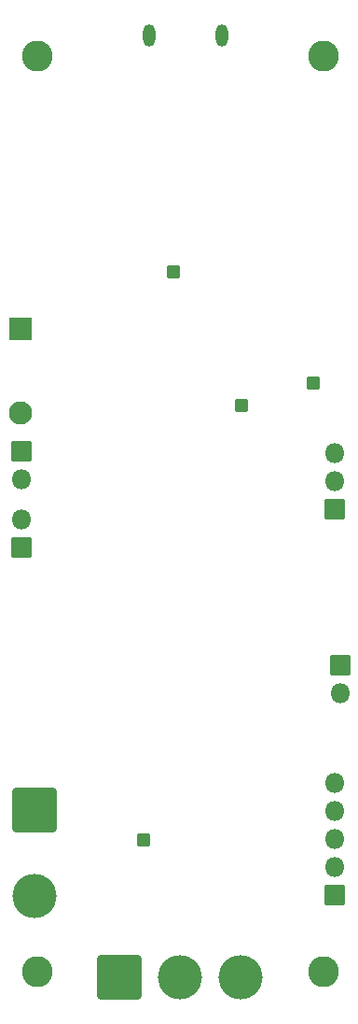
<source format=gbr>
%TF.GenerationSoftware,KiCad,Pcbnew,8.0.7*%
%TF.CreationDate,2025-01-08T02:27:13-05:00*%
%TF.ProjectId,active-drag-system,61637469-7665-42d6-9472-61672d737973,rev?*%
%TF.SameCoordinates,Original*%
%TF.FileFunction,Soldermask,Bot*%
%TF.FilePolarity,Negative*%
%FSLAX46Y46*%
G04 Gerber Fmt 4.6, Leading zero omitted, Abs format (unit mm)*
G04 Created by KiCad (PCBNEW 8.0.7) date 2025-01-08 02:27:13*
%MOMM*%
%LPD*%
G01*
G04 APERTURE LIST*
G04 Aperture macros list*
%AMRoundRect*
0 Rectangle with rounded corners*
0 $1 Rounding radius*
0 $2 $3 $4 $5 $6 $7 $8 $9 X,Y pos of 4 corners*
0 Add a 4 corners polygon primitive as box body*
4,1,4,$2,$3,$4,$5,$6,$7,$8,$9,$2,$3,0*
0 Add four circle primitives for the rounded corners*
1,1,$1+$1,$2,$3*
1,1,$1+$1,$4,$5*
1,1,$1+$1,$6,$7*
1,1,$1+$1,$8,$9*
0 Add four rect primitives between the rounded corners*
20,1,$1+$1,$2,$3,$4,$5,0*
20,1,$1+$1,$4,$5,$6,$7,0*
20,1,$1+$1,$6,$7,$8,$9,0*
20,1,$1+$1,$8,$9,$2,$3,0*%
G04 Aperture macros list end*
%ADD10RoundRect,0.256515X-1.744285X-1.744285X1.744285X-1.744285X1.744285X1.744285X-1.744285X1.744285X0*%
%ADD11C,4.001600*%
%ADD12RoundRect,0.050800X-0.850000X-0.850000X0.850000X-0.850000X0.850000X0.850000X-0.850000X0.850000X0*%
%ADD13O,1.801600X1.801600*%
%ADD14C,2.801600*%
%ADD15RoundRect,0.256515X-1.744285X1.744285X-1.744285X-1.744285X1.744285X-1.744285X1.744285X1.744285X0*%
%ADD16RoundRect,0.050800X0.850000X0.850000X-0.850000X0.850000X-0.850000X-0.850000X0.850000X-0.850000X0*%
%ADD17O,1.104000X2.004000*%
%ADD18RoundRect,0.050800X0.500000X0.500000X-0.500000X0.500000X-0.500000X-0.500000X0.500000X-0.500000X0*%
%ADD19RoundRect,0.050800X-1.000000X1.000000X-1.000000X-1.000000X1.000000X-1.000000X1.000000X1.000000X0*%
%ADD20C,2.101600*%
G04 APERTURE END LIST*
D10*
%TO.C,J7*%
X142500000Y-147500000D03*
D11*
X148000000Y-147500000D03*
X153500000Y-147500000D03*
%TD*%
D12*
%TO.C,J5*%
X133600000Y-99775000D03*
D13*
X133600000Y-102315000D03*
%TD*%
D14*
%TO.C,H3*%
X161000000Y-147000000D03*
%TD*%
D15*
%TO.C,J2*%
X134750000Y-132350000D03*
D11*
X134750000Y-140150000D03*
%TD*%
D16*
%TO.C,J6*%
X133600000Y-108525000D03*
D13*
X133600000Y-105985000D03*
%TD*%
D14*
%TO.C,H4*%
X135000000Y-147000000D03*
%TD*%
D16*
%TO.C,J4*%
X162000000Y-140000000D03*
D13*
X162000000Y-137460000D03*
X162000000Y-134920000D03*
X162000000Y-132380000D03*
X162000000Y-129840000D03*
%TD*%
D12*
%TO.C,J1*%
X162500000Y-119160000D03*
D13*
X162500000Y-121700000D03*
%TD*%
D16*
%TO.C,J8*%
X162000000Y-105080000D03*
D13*
X162000000Y-102540000D03*
X162000000Y-100000000D03*
%TD*%
D17*
%TO.C,J3*%
X151750000Y-62100000D03*
X145150000Y-62100000D03*
%TD*%
D14*
%TO.C,H1*%
X135000000Y-64000000D03*
%TD*%
%TO.C,H2*%
X161000000Y-64000000D03*
%TD*%
D18*
%TO.C,TP3*%
X153550000Y-95650000D03*
%TD*%
%TO.C,TP2*%
X160050000Y-93650000D03*
%TD*%
%TO.C,TP1*%
X147350000Y-83550000D03*
%TD*%
%TO.C,TP8*%
X144700000Y-135000000D03*
%TD*%
D19*
%TO.C,BZ1*%
X133450000Y-88700000D03*
D20*
X133450000Y-96300000D03*
%TD*%
M02*

</source>
